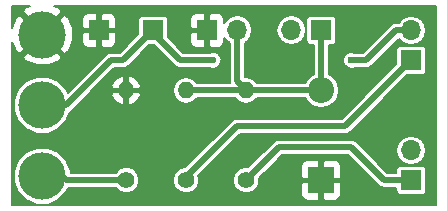
<source format=gbr>
G04 #@! TF.FileFunction,Copper,L1,Top,Signal*
%FSLAX46Y46*%
G04 Gerber Fmt 4.6, Leading zero omitted, Abs format (unit mm)*
G04 Created by KiCad (PCBNEW 4.0.6) date 2017 September 14, Thursday 21:16:53*
%MOMM*%
%LPD*%
G01*
G04 APERTURE LIST*
%ADD10C,0.100000*%
%ADD11R,2.200000X2.200000*%
%ADD12O,2.200000X2.200000*%
%ADD13R,1.700000X1.700000*%
%ADD14O,1.700000X1.700000*%
%ADD15C,1.400000*%
%ADD16O,1.400000X1.400000*%
%ADD17C,4.000000*%
%ADD18C,0.600000*%
%ADD19C,0.500000*%
%ADD20C,0.200000*%
G04 APERTURE END LIST*
D10*
D11*
X151130000Y-109220000D03*
D12*
X151130000Y-101600000D03*
D13*
X141478000Y-96520000D03*
D14*
X144018000Y-96520000D03*
D13*
X158750000Y-99060000D03*
D14*
X158750000Y-96520000D03*
D13*
X151130000Y-96520000D03*
D14*
X148590000Y-96520000D03*
D13*
X158750000Y-109220000D03*
D14*
X158750000Y-106680000D03*
D13*
X136906000Y-96520000D03*
X132334000Y-96520000D03*
D15*
X139700000Y-109220000D03*
D16*
X139700000Y-101600000D03*
D15*
X144780000Y-109220000D03*
D16*
X144780000Y-101600000D03*
D15*
X134620000Y-109220000D03*
D16*
X134620000Y-101600000D03*
D17*
X127508000Y-108870000D03*
X127508000Y-102870000D03*
X127508000Y-96870000D03*
D18*
X144780000Y-101600000D03*
X141986000Y-99060000D03*
X153670000Y-99060000D03*
D19*
X144780000Y-101600000D02*
X144018000Y-100838000D01*
X144018000Y-100838000D02*
X144018000Y-96520000D01*
X139700000Y-101600000D02*
X144780000Y-101600000D01*
X144780000Y-101600000D02*
X151130000Y-101600000D01*
X151130000Y-101600000D02*
X151130000Y-96520000D01*
X139700000Y-109220000D02*
X139700000Y-108966000D01*
X139700000Y-108966000D02*
X144018000Y-104648000D01*
X144018000Y-104648000D02*
X153162000Y-104648000D01*
X153162000Y-104648000D02*
X158750000Y-99060000D01*
X136906000Y-96520000D02*
X136906000Y-96774000D01*
X136906000Y-96774000D02*
X139192000Y-99060000D01*
X139192000Y-99060000D02*
X141986000Y-99060000D01*
X127508000Y-102870000D02*
X129540000Y-102870000D01*
X134366000Y-99060000D02*
X136906000Y-96520000D01*
X133350000Y-99060000D02*
X134366000Y-99060000D01*
X129540000Y-102870000D02*
X133350000Y-99060000D01*
X127508000Y-102870000D02*
X128016000Y-102870000D01*
X153670000Y-99060000D02*
X154940000Y-99060000D01*
X158750000Y-96520000D02*
X157480000Y-96520000D01*
X157480000Y-96520000D02*
X154940000Y-99060000D01*
X158750000Y-109220000D02*
X156464000Y-109220000D01*
X147574000Y-106426000D02*
X153670000Y-106426000D01*
X153670000Y-106426000D02*
X156464000Y-109220000D01*
X147574000Y-106426000D02*
X144780000Y-109220000D01*
X127000000Y-107950000D02*
X128270000Y-107950000D01*
X129540000Y-109220000D02*
X134620000Y-109220000D01*
X128270000Y-107950000D02*
X129540000Y-109220000D01*
D20*
G36*
X126072236Y-94631839D02*
X125847459Y-94991670D01*
X127508000Y-96652211D01*
X129168541Y-94991670D01*
X128943764Y-94631839D01*
X128493216Y-94455000D01*
X160815000Y-94455000D01*
X160815000Y-111285000D01*
X124935000Y-111285000D01*
X124935000Y-109345295D01*
X125107584Y-109345295D01*
X125472192Y-110227715D01*
X126146734Y-110903435D01*
X127028516Y-111269583D01*
X127983295Y-111270416D01*
X128865715Y-110905808D01*
X129541435Y-110231266D01*
X129691446Y-109870000D01*
X133714588Y-109870000D01*
X133996087Y-110151991D01*
X134400237Y-110319808D01*
X134837844Y-110320190D01*
X135242286Y-110153078D01*
X135551991Y-109843913D01*
X135719808Y-109439763D01*
X135719809Y-109437844D01*
X138599810Y-109437844D01*
X138766922Y-109842286D01*
X139076087Y-110151991D01*
X139480237Y-110319808D01*
X139917844Y-110320190D01*
X140322286Y-110153078D01*
X140631991Y-109843913D01*
X140799808Y-109439763D01*
X140799809Y-109437844D01*
X143679810Y-109437844D01*
X143846922Y-109842286D01*
X144156087Y-110151991D01*
X144560237Y-110319808D01*
X144997844Y-110320190D01*
X145402286Y-110153078D01*
X145711991Y-109843913D01*
X145843999Y-109526000D01*
X149422000Y-109526000D01*
X149422000Y-110440939D01*
X149514563Y-110664405D01*
X149685596Y-110835438D01*
X149909062Y-110928000D01*
X150824000Y-110928000D01*
X150976000Y-110776000D01*
X150976000Y-109374000D01*
X151284000Y-109374000D01*
X151284000Y-110776000D01*
X151436000Y-110928000D01*
X152350938Y-110928000D01*
X152574404Y-110835438D01*
X152745437Y-110664405D01*
X152838000Y-110440939D01*
X152838000Y-109526000D01*
X152686000Y-109374000D01*
X151284000Y-109374000D01*
X150976000Y-109374000D01*
X149574000Y-109374000D01*
X149422000Y-109526000D01*
X145843999Y-109526000D01*
X145879808Y-109439763D01*
X145880158Y-109039080D01*
X146920177Y-107999061D01*
X149422000Y-107999061D01*
X149422000Y-108914000D01*
X149574000Y-109066000D01*
X150976000Y-109066000D01*
X150976000Y-107664000D01*
X151284000Y-107664000D01*
X151284000Y-109066000D01*
X152686000Y-109066000D01*
X152838000Y-108914000D01*
X152838000Y-107999061D01*
X152745437Y-107775595D01*
X152574404Y-107604562D01*
X152350938Y-107512000D01*
X151436000Y-107512000D01*
X151284000Y-107664000D01*
X150976000Y-107664000D01*
X150824000Y-107512000D01*
X149909062Y-107512000D01*
X149685596Y-107604562D01*
X149514563Y-107775595D01*
X149422000Y-107999061D01*
X146920177Y-107999061D01*
X147843239Y-107076000D01*
X153400762Y-107076000D01*
X156004381Y-109679620D01*
X156215256Y-109820522D01*
X156464000Y-109870000D01*
X157492164Y-109870000D01*
X157492164Y-110070000D01*
X157520056Y-110218231D01*
X157607660Y-110354372D01*
X157741329Y-110445704D01*
X157900000Y-110477836D01*
X159600000Y-110477836D01*
X159748231Y-110449944D01*
X159884372Y-110362340D01*
X159975704Y-110228671D01*
X160007836Y-110070000D01*
X160007836Y-108370000D01*
X159979944Y-108221769D01*
X159892340Y-108085628D01*
X159758671Y-107994296D01*
X159600000Y-107962164D01*
X157900000Y-107962164D01*
X157751769Y-107990056D01*
X157615628Y-108077660D01*
X157524296Y-108211329D01*
X157492164Y-108370000D01*
X157492164Y-108570000D01*
X156733239Y-108570000D01*
X154843239Y-106680000D01*
X157475511Y-106680000D01*
X157570662Y-107158354D01*
X157841628Y-107563883D01*
X158247157Y-107834849D01*
X158725511Y-107930000D01*
X158774489Y-107930000D01*
X159252843Y-107834849D01*
X159658372Y-107563883D01*
X159929338Y-107158354D01*
X160024489Y-106680000D01*
X159929338Y-106201646D01*
X159658372Y-105796117D01*
X159252843Y-105525151D01*
X158774489Y-105430000D01*
X158725511Y-105430000D01*
X158247157Y-105525151D01*
X157841628Y-105796117D01*
X157570662Y-106201646D01*
X157475511Y-106680000D01*
X154843239Y-106680000D01*
X154129619Y-105966381D01*
X153918745Y-105825478D01*
X153877476Y-105817269D01*
X153670000Y-105776000D01*
X147574000Y-105776000D01*
X147325256Y-105825478D01*
X147114381Y-105966380D01*
X144960604Y-108120158D01*
X144562156Y-108119810D01*
X144157714Y-108286922D01*
X143848009Y-108596087D01*
X143680192Y-109000237D01*
X143679810Y-109437844D01*
X140799809Y-109437844D01*
X140800190Y-109002156D01*
X140736712Y-108848527D01*
X144287239Y-105298000D01*
X153162000Y-105298000D01*
X153369476Y-105256731D01*
X153410745Y-105248522D01*
X153621619Y-105107619D01*
X158411403Y-100317836D01*
X159600000Y-100317836D01*
X159748231Y-100289944D01*
X159884372Y-100202340D01*
X159975704Y-100068671D01*
X160007836Y-99910000D01*
X160007836Y-98210000D01*
X159979944Y-98061769D01*
X159892340Y-97925628D01*
X159758671Y-97834296D01*
X159600000Y-97802164D01*
X157900000Y-97802164D01*
X157751769Y-97830056D01*
X157615628Y-97917660D01*
X157524296Y-98051329D01*
X157492164Y-98210000D01*
X157492164Y-99398597D01*
X152892762Y-103998000D01*
X144018000Y-103998000D01*
X143810524Y-104039269D01*
X143769255Y-104047478D01*
X143558380Y-104188381D01*
X139626826Y-108119936D01*
X139482156Y-108119810D01*
X139077714Y-108286922D01*
X138768009Y-108596087D01*
X138600192Y-109000237D01*
X138599810Y-109437844D01*
X135719809Y-109437844D01*
X135720190Y-109002156D01*
X135553078Y-108597714D01*
X135243913Y-108288009D01*
X134839763Y-108120192D01*
X134402156Y-108119810D01*
X133997714Y-108286922D01*
X133714142Y-108570000D01*
X129908263Y-108570000D01*
X129908416Y-108394705D01*
X129543808Y-107512285D01*
X128869266Y-106836565D01*
X127987484Y-106470417D01*
X127032705Y-106469584D01*
X126150285Y-106834192D01*
X125474565Y-107508734D01*
X125108417Y-108390516D01*
X125107584Y-109345295D01*
X124935000Y-109345295D01*
X124935000Y-103345295D01*
X125107584Y-103345295D01*
X125472192Y-104227715D01*
X126146734Y-104903435D01*
X127028516Y-105269583D01*
X127983295Y-105270416D01*
X128865715Y-104905808D01*
X129541435Y-104231266D01*
X129883658Y-103407103D01*
X129999619Y-103329619D01*
X131373939Y-101955299D01*
X133361167Y-101955299D01*
X133592957Y-102409988D01*
X133981105Y-102741364D01*
X134264703Y-102858820D01*
X134466000Y-102745696D01*
X134466000Y-101754000D01*
X134774000Y-101754000D01*
X134774000Y-102745696D01*
X134975297Y-102858820D01*
X135258895Y-102741364D01*
X135647043Y-102409988D01*
X135878833Y-101955299D01*
X135766916Y-101754000D01*
X134774000Y-101754000D01*
X134466000Y-101754000D01*
X133473084Y-101754000D01*
X133361167Y-101955299D01*
X131373939Y-101955299D01*
X131750788Y-101578450D01*
X138600000Y-101578450D01*
X138600000Y-101621550D01*
X138683733Y-102042502D01*
X138922183Y-102399367D01*
X139279048Y-102637817D01*
X139700000Y-102721550D01*
X140120952Y-102637817D01*
X140477817Y-102399367D01*
X140577621Y-102250000D01*
X143902379Y-102250000D01*
X144002183Y-102399367D01*
X144359048Y-102637817D01*
X144780000Y-102721550D01*
X145200952Y-102637817D01*
X145557817Y-102399367D01*
X145657621Y-102250000D01*
X149775310Y-102250000D01*
X150069340Y-102690047D01*
X150555975Y-103015206D01*
X151130000Y-103129387D01*
X151704025Y-103015206D01*
X152190660Y-102690047D01*
X152515819Y-102203412D01*
X152630000Y-101629387D01*
X152630000Y-101570613D01*
X152515819Y-100996588D01*
X152190660Y-100509953D01*
X151780000Y-100235559D01*
X151780000Y-99198628D01*
X152969879Y-99198628D01*
X153076223Y-99456000D01*
X153272964Y-99653085D01*
X153530150Y-99759878D01*
X153808628Y-99760121D01*
X153929930Y-99710000D01*
X154940000Y-99710000D01*
X155147476Y-99668731D01*
X155188745Y-99660522D01*
X155399619Y-99519619D01*
X157710942Y-97208297D01*
X157841628Y-97403883D01*
X158247157Y-97674849D01*
X158725511Y-97770000D01*
X158774489Y-97770000D01*
X159252843Y-97674849D01*
X159658372Y-97403883D01*
X159929338Y-96998354D01*
X160024489Y-96520000D01*
X159929338Y-96041646D01*
X159658372Y-95636117D01*
X159252843Y-95365151D01*
X158774489Y-95270000D01*
X158725511Y-95270000D01*
X158247157Y-95365151D01*
X157841628Y-95636117D01*
X157685352Y-95870000D01*
X157480000Y-95870000D01*
X157231256Y-95919478D01*
X157231254Y-95919479D01*
X157231255Y-95919479D01*
X157020380Y-96060381D01*
X154670762Y-98410000D01*
X153929970Y-98410000D01*
X153809850Y-98360122D01*
X153531372Y-98359879D01*
X153274000Y-98466223D01*
X153076915Y-98662964D01*
X152970122Y-98920150D01*
X152969879Y-99198628D01*
X151780000Y-99198628D01*
X151780000Y-97777836D01*
X151980000Y-97777836D01*
X152128231Y-97749944D01*
X152264372Y-97662340D01*
X152355704Y-97528671D01*
X152387836Y-97370000D01*
X152387836Y-95670000D01*
X152359944Y-95521769D01*
X152272340Y-95385628D01*
X152138671Y-95294296D01*
X151980000Y-95262164D01*
X150280000Y-95262164D01*
X150131769Y-95290056D01*
X149995628Y-95377660D01*
X149904296Y-95511329D01*
X149872164Y-95670000D01*
X149872164Y-97370000D01*
X149900056Y-97518231D01*
X149987660Y-97654372D01*
X150121329Y-97745704D01*
X150280000Y-97777836D01*
X150480000Y-97777836D01*
X150480000Y-100235559D01*
X150069340Y-100509953D01*
X149775310Y-100950000D01*
X145657621Y-100950000D01*
X145557817Y-100800633D01*
X145200952Y-100562183D01*
X144780000Y-100478450D01*
X144668000Y-100500728D01*
X144668000Y-97584648D01*
X144901883Y-97428372D01*
X145172849Y-97022843D01*
X145268000Y-96544489D01*
X145268000Y-96495511D01*
X147340000Y-96495511D01*
X147340000Y-96544489D01*
X147435151Y-97022843D01*
X147706117Y-97428372D01*
X148111646Y-97699338D01*
X148590000Y-97794489D01*
X149068354Y-97699338D01*
X149473883Y-97428372D01*
X149744849Y-97022843D01*
X149840000Y-96544489D01*
X149840000Y-96495511D01*
X149744849Y-96017157D01*
X149473883Y-95611628D01*
X149068354Y-95340662D01*
X148590000Y-95245511D01*
X148111646Y-95340662D01*
X147706117Y-95611628D01*
X147435151Y-96017157D01*
X147340000Y-96495511D01*
X145268000Y-96495511D01*
X145172849Y-96017157D01*
X144901883Y-95611628D01*
X144496354Y-95340662D01*
X144018000Y-95245511D01*
X143539646Y-95340662D01*
X143134117Y-95611628D01*
X142936000Y-95908131D01*
X142936000Y-95549061D01*
X142843437Y-95325595D01*
X142672404Y-95154562D01*
X142448938Y-95062000D01*
X141784000Y-95062000D01*
X141632000Y-95214000D01*
X141632000Y-96366000D01*
X141652000Y-96366000D01*
X141652000Y-96674000D01*
X141632000Y-96674000D01*
X141632000Y-97826000D01*
X141784000Y-97978000D01*
X142448938Y-97978000D01*
X142672404Y-97885438D01*
X142843437Y-97714405D01*
X142936000Y-97490939D01*
X142936000Y-97131869D01*
X143134117Y-97428372D01*
X143368000Y-97584648D01*
X143368000Y-100838000D01*
X143390278Y-100950000D01*
X140577621Y-100950000D01*
X140477817Y-100800633D01*
X140120952Y-100562183D01*
X139700000Y-100478450D01*
X139279048Y-100562183D01*
X138922183Y-100800633D01*
X138683733Y-101157498D01*
X138600000Y-101578450D01*
X131750788Y-101578450D01*
X132084537Y-101244701D01*
X133361167Y-101244701D01*
X133473084Y-101446000D01*
X134466000Y-101446000D01*
X134466000Y-100454304D01*
X134774000Y-100454304D01*
X134774000Y-101446000D01*
X135766916Y-101446000D01*
X135878833Y-101244701D01*
X135647043Y-100790012D01*
X135258895Y-100458636D01*
X134975297Y-100341180D01*
X134774000Y-100454304D01*
X134466000Y-100454304D01*
X134264703Y-100341180D01*
X133981105Y-100458636D01*
X133592957Y-100790012D01*
X133361167Y-101244701D01*
X132084537Y-101244701D01*
X133619239Y-99710000D01*
X134366000Y-99710000D01*
X134573476Y-99668731D01*
X134614745Y-99660522D01*
X134825619Y-99519619D01*
X136567403Y-97777836D01*
X136990598Y-97777836D01*
X138732380Y-99519619D01*
X138943255Y-99660522D01*
X138984524Y-99668731D01*
X139192000Y-99710000D01*
X141726030Y-99710000D01*
X141846150Y-99759878D01*
X142124628Y-99760121D01*
X142382000Y-99653777D01*
X142579085Y-99457036D01*
X142685878Y-99199850D01*
X142686121Y-98921372D01*
X142579777Y-98664000D01*
X142383036Y-98466915D01*
X142125850Y-98360122D01*
X141847372Y-98359879D01*
X141726070Y-98410000D01*
X139461239Y-98410000D01*
X138163836Y-97112598D01*
X138163836Y-96826000D01*
X140020000Y-96826000D01*
X140020000Y-97490939D01*
X140112563Y-97714405D01*
X140283596Y-97885438D01*
X140507062Y-97978000D01*
X141172000Y-97978000D01*
X141324000Y-97826000D01*
X141324000Y-96674000D01*
X140172000Y-96674000D01*
X140020000Y-96826000D01*
X138163836Y-96826000D01*
X138163836Y-95670000D01*
X138141080Y-95549061D01*
X140020000Y-95549061D01*
X140020000Y-96214000D01*
X140172000Y-96366000D01*
X141324000Y-96366000D01*
X141324000Y-95214000D01*
X141172000Y-95062000D01*
X140507062Y-95062000D01*
X140283596Y-95154562D01*
X140112563Y-95325595D01*
X140020000Y-95549061D01*
X138141080Y-95549061D01*
X138135944Y-95521769D01*
X138048340Y-95385628D01*
X137914671Y-95294296D01*
X137756000Y-95262164D01*
X136056000Y-95262164D01*
X135907769Y-95290056D01*
X135771628Y-95377660D01*
X135680296Y-95511329D01*
X135648164Y-95670000D01*
X135648164Y-96858597D01*
X134096762Y-98410000D01*
X133350000Y-98410000D01*
X133101256Y-98459478D01*
X132890381Y-98600380D01*
X129670897Y-101819865D01*
X129543808Y-101512285D01*
X128869266Y-100836565D01*
X127987484Y-100470417D01*
X127032705Y-100469584D01*
X126150285Y-100834192D01*
X125474565Y-101508734D01*
X125108417Y-102390516D01*
X125107584Y-103345295D01*
X124935000Y-103345295D01*
X124935000Y-98748330D01*
X125847459Y-98748330D01*
X126072236Y-99108161D01*
X127038034Y-99487234D01*
X128075380Y-99467857D01*
X128943764Y-99108161D01*
X129168541Y-98748330D01*
X127508000Y-97087789D01*
X125847459Y-98748330D01*
X124935000Y-98748330D01*
X124935000Y-97497390D01*
X125269839Y-98305764D01*
X125629670Y-98530541D01*
X127290211Y-96870000D01*
X127725789Y-96870000D01*
X129386330Y-98530541D01*
X129746161Y-98305764D01*
X130125234Y-97339966D01*
X130115634Y-96826000D01*
X130876000Y-96826000D01*
X130876000Y-97490939D01*
X130968563Y-97714405D01*
X131139596Y-97885438D01*
X131363062Y-97978000D01*
X132028000Y-97978000D01*
X132180000Y-97826000D01*
X132180000Y-96674000D01*
X132488000Y-96674000D01*
X132488000Y-97826000D01*
X132640000Y-97978000D01*
X133304938Y-97978000D01*
X133528404Y-97885438D01*
X133699437Y-97714405D01*
X133792000Y-97490939D01*
X133792000Y-96826000D01*
X133640000Y-96674000D01*
X132488000Y-96674000D01*
X132180000Y-96674000D01*
X131028000Y-96674000D01*
X130876000Y-96826000D01*
X130115634Y-96826000D01*
X130105857Y-96302620D01*
X129793724Y-95549061D01*
X130876000Y-95549061D01*
X130876000Y-96214000D01*
X131028000Y-96366000D01*
X132180000Y-96366000D01*
X132180000Y-95214000D01*
X132488000Y-95214000D01*
X132488000Y-96366000D01*
X133640000Y-96366000D01*
X133792000Y-96214000D01*
X133792000Y-95549061D01*
X133699437Y-95325595D01*
X133528404Y-95154562D01*
X133304938Y-95062000D01*
X132640000Y-95062000D01*
X132488000Y-95214000D01*
X132180000Y-95214000D01*
X132028000Y-95062000D01*
X131363062Y-95062000D01*
X131139596Y-95154562D01*
X130968563Y-95325595D01*
X130876000Y-95549061D01*
X129793724Y-95549061D01*
X129746161Y-95434236D01*
X129386330Y-95209459D01*
X127725789Y-96870000D01*
X127290211Y-96870000D01*
X125629670Y-95209459D01*
X125269839Y-95434236D01*
X124935000Y-96287335D01*
X124935000Y-94455000D01*
X126499164Y-94455000D01*
X126072236Y-94631839D01*
X126072236Y-94631839D01*
G37*
X126072236Y-94631839D02*
X125847459Y-94991670D01*
X127508000Y-96652211D01*
X129168541Y-94991670D01*
X128943764Y-94631839D01*
X128493216Y-94455000D01*
X160815000Y-94455000D01*
X160815000Y-111285000D01*
X124935000Y-111285000D01*
X124935000Y-109345295D01*
X125107584Y-109345295D01*
X125472192Y-110227715D01*
X126146734Y-110903435D01*
X127028516Y-111269583D01*
X127983295Y-111270416D01*
X128865715Y-110905808D01*
X129541435Y-110231266D01*
X129691446Y-109870000D01*
X133714588Y-109870000D01*
X133996087Y-110151991D01*
X134400237Y-110319808D01*
X134837844Y-110320190D01*
X135242286Y-110153078D01*
X135551991Y-109843913D01*
X135719808Y-109439763D01*
X135719809Y-109437844D01*
X138599810Y-109437844D01*
X138766922Y-109842286D01*
X139076087Y-110151991D01*
X139480237Y-110319808D01*
X139917844Y-110320190D01*
X140322286Y-110153078D01*
X140631991Y-109843913D01*
X140799808Y-109439763D01*
X140799809Y-109437844D01*
X143679810Y-109437844D01*
X143846922Y-109842286D01*
X144156087Y-110151991D01*
X144560237Y-110319808D01*
X144997844Y-110320190D01*
X145402286Y-110153078D01*
X145711991Y-109843913D01*
X145843999Y-109526000D01*
X149422000Y-109526000D01*
X149422000Y-110440939D01*
X149514563Y-110664405D01*
X149685596Y-110835438D01*
X149909062Y-110928000D01*
X150824000Y-110928000D01*
X150976000Y-110776000D01*
X150976000Y-109374000D01*
X151284000Y-109374000D01*
X151284000Y-110776000D01*
X151436000Y-110928000D01*
X152350938Y-110928000D01*
X152574404Y-110835438D01*
X152745437Y-110664405D01*
X152838000Y-110440939D01*
X152838000Y-109526000D01*
X152686000Y-109374000D01*
X151284000Y-109374000D01*
X150976000Y-109374000D01*
X149574000Y-109374000D01*
X149422000Y-109526000D01*
X145843999Y-109526000D01*
X145879808Y-109439763D01*
X145880158Y-109039080D01*
X146920177Y-107999061D01*
X149422000Y-107999061D01*
X149422000Y-108914000D01*
X149574000Y-109066000D01*
X150976000Y-109066000D01*
X150976000Y-107664000D01*
X151284000Y-107664000D01*
X151284000Y-109066000D01*
X152686000Y-109066000D01*
X152838000Y-108914000D01*
X152838000Y-107999061D01*
X152745437Y-107775595D01*
X152574404Y-107604562D01*
X152350938Y-107512000D01*
X151436000Y-107512000D01*
X151284000Y-107664000D01*
X150976000Y-107664000D01*
X150824000Y-107512000D01*
X149909062Y-107512000D01*
X149685596Y-107604562D01*
X149514563Y-107775595D01*
X149422000Y-107999061D01*
X146920177Y-107999061D01*
X147843239Y-107076000D01*
X153400762Y-107076000D01*
X156004381Y-109679620D01*
X156215256Y-109820522D01*
X156464000Y-109870000D01*
X157492164Y-109870000D01*
X157492164Y-110070000D01*
X157520056Y-110218231D01*
X157607660Y-110354372D01*
X157741329Y-110445704D01*
X157900000Y-110477836D01*
X159600000Y-110477836D01*
X159748231Y-110449944D01*
X159884372Y-110362340D01*
X159975704Y-110228671D01*
X160007836Y-110070000D01*
X160007836Y-108370000D01*
X159979944Y-108221769D01*
X159892340Y-108085628D01*
X159758671Y-107994296D01*
X159600000Y-107962164D01*
X157900000Y-107962164D01*
X157751769Y-107990056D01*
X157615628Y-108077660D01*
X157524296Y-108211329D01*
X157492164Y-108370000D01*
X157492164Y-108570000D01*
X156733239Y-108570000D01*
X154843239Y-106680000D01*
X157475511Y-106680000D01*
X157570662Y-107158354D01*
X157841628Y-107563883D01*
X158247157Y-107834849D01*
X158725511Y-107930000D01*
X158774489Y-107930000D01*
X159252843Y-107834849D01*
X159658372Y-107563883D01*
X159929338Y-107158354D01*
X160024489Y-106680000D01*
X159929338Y-106201646D01*
X159658372Y-105796117D01*
X159252843Y-105525151D01*
X158774489Y-105430000D01*
X158725511Y-105430000D01*
X158247157Y-105525151D01*
X157841628Y-105796117D01*
X157570662Y-106201646D01*
X157475511Y-106680000D01*
X154843239Y-106680000D01*
X154129619Y-105966381D01*
X153918745Y-105825478D01*
X153877476Y-105817269D01*
X153670000Y-105776000D01*
X147574000Y-105776000D01*
X147325256Y-105825478D01*
X147114381Y-105966380D01*
X144960604Y-108120158D01*
X144562156Y-108119810D01*
X144157714Y-108286922D01*
X143848009Y-108596087D01*
X143680192Y-109000237D01*
X143679810Y-109437844D01*
X140799809Y-109437844D01*
X140800190Y-109002156D01*
X140736712Y-108848527D01*
X144287239Y-105298000D01*
X153162000Y-105298000D01*
X153369476Y-105256731D01*
X153410745Y-105248522D01*
X153621619Y-105107619D01*
X158411403Y-100317836D01*
X159600000Y-100317836D01*
X159748231Y-100289944D01*
X159884372Y-100202340D01*
X159975704Y-100068671D01*
X160007836Y-99910000D01*
X160007836Y-98210000D01*
X159979944Y-98061769D01*
X159892340Y-97925628D01*
X159758671Y-97834296D01*
X159600000Y-97802164D01*
X157900000Y-97802164D01*
X157751769Y-97830056D01*
X157615628Y-97917660D01*
X157524296Y-98051329D01*
X157492164Y-98210000D01*
X157492164Y-99398597D01*
X152892762Y-103998000D01*
X144018000Y-103998000D01*
X143810524Y-104039269D01*
X143769255Y-104047478D01*
X143558380Y-104188381D01*
X139626826Y-108119936D01*
X139482156Y-108119810D01*
X139077714Y-108286922D01*
X138768009Y-108596087D01*
X138600192Y-109000237D01*
X138599810Y-109437844D01*
X135719809Y-109437844D01*
X135720190Y-109002156D01*
X135553078Y-108597714D01*
X135243913Y-108288009D01*
X134839763Y-108120192D01*
X134402156Y-108119810D01*
X133997714Y-108286922D01*
X133714142Y-108570000D01*
X129908263Y-108570000D01*
X129908416Y-108394705D01*
X129543808Y-107512285D01*
X128869266Y-106836565D01*
X127987484Y-106470417D01*
X127032705Y-106469584D01*
X126150285Y-106834192D01*
X125474565Y-107508734D01*
X125108417Y-108390516D01*
X125107584Y-109345295D01*
X124935000Y-109345295D01*
X124935000Y-103345295D01*
X125107584Y-103345295D01*
X125472192Y-104227715D01*
X126146734Y-104903435D01*
X127028516Y-105269583D01*
X127983295Y-105270416D01*
X128865715Y-104905808D01*
X129541435Y-104231266D01*
X129883658Y-103407103D01*
X129999619Y-103329619D01*
X131373939Y-101955299D01*
X133361167Y-101955299D01*
X133592957Y-102409988D01*
X133981105Y-102741364D01*
X134264703Y-102858820D01*
X134466000Y-102745696D01*
X134466000Y-101754000D01*
X134774000Y-101754000D01*
X134774000Y-102745696D01*
X134975297Y-102858820D01*
X135258895Y-102741364D01*
X135647043Y-102409988D01*
X135878833Y-101955299D01*
X135766916Y-101754000D01*
X134774000Y-101754000D01*
X134466000Y-101754000D01*
X133473084Y-101754000D01*
X133361167Y-101955299D01*
X131373939Y-101955299D01*
X131750788Y-101578450D01*
X138600000Y-101578450D01*
X138600000Y-101621550D01*
X138683733Y-102042502D01*
X138922183Y-102399367D01*
X139279048Y-102637817D01*
X139700000Y-102721550D01*
X140120952Y-102637817D01*
X140477817Y-102399367D01*
X140577621Y-102250000D01*
X143902379Y-102250000D01*
X144002183Y-102399367D01*
X144359048Y-102637817D01*
X144780000Y-102721550D01*
X145200952Y-102637817D01*
X145557817Y-102399367D01*
X145657621Y-102250000D01*
X149775310Y-102250000D01*
X150069340Y-102690047D01*
X150555975Y-103015206D01*
X151130000Y-103129387D01*
X151704025Y-103015206D01*
X152190660Y-102690047D01*
X152515819Y-102203412D01*
X152630000Y-101629387D01*
X152630000Y-101570613D01*
X152515819Y-100996588D01*
X152190660Y-100509953D01*
X151780000Y-100235559D01*
X151780000Y-99198628D01*
X152969879Y-99198628D01*
X153076223Y-99456000D01*
X153272964Y-99653085D01*
X153530150Y-99759878D01*
X153808628Y-99760121D01*
X153929930Y-99710000D01*
X154940000Y-99710000D01*
X155147476Y-99668731D01*
X155188745Y-99660522D01*
X155399619Y-99519619D01*
X157710942Y-97208297D01*
X157841628Y-97403883D01*
X158247157Y-97674849D01*
X158725511Y-97770000D01*
X158774489Y-97770000D01*
X159252843Y-97674849D01*
X159658372Y-97403883D01*
X159929338Y-96998354D01*
X160024489Y-96520000D01*
X159929338Y-96041646D01*
X159658372Y-95636117D01*
X159252843Y-95365151D01*
X158774489Y-95270000D01*
X158725511Y-95270000D01*
X158247157Y-95365151D01*
X157841628Y-95636117D01*
X157685352Y-95870000D01*
X157480000Y-95870000D01*
X157231256Y-95919478D01*
X157231254Y-95919479D01*
X157231255Y-95919479D01*
X157020380Y-96060381D01*
X154670762Y-98410000D01*
X153929970Y-98410000D01*
X153809850Y-98360122D01*
X153531372Y-98359879D01*
X153274000Y-98466223D01*
X153076915Y-98662964D01*
X152970122Y-98920150D01*
X152969879Y-99198628D01*
X151780000Y-99198628D01*
X151780000Y-97777836D01*
X151980000Y-97777836D01*
X152128231Y-97749944D01*
X152264372Y-97662340D01*
X152355704Y-97528671D01*
X152387836Y-97370000D01*
X152387836Y-95670000D01*
X152359944Y-95521769D01*
X152272340Y-95385628D01*
X152138671Y-95294296D01*
X151980000Y-95262164D01*
X150280000Y-95262164D01*
X150131769Y-95290056D01*
X149995628Y-95377660D01*
X149904296Y-95511329D01*
X149872164Y-95670000D01*
X149872164Y-97370000D01*
X149900056Y-97518231D01*
X149987660Y-97654372D01*
X150121329Y-97745704D01*
X150280000Y-97777836D01*
X150480000Y-97777836D01*
X150480000Y-100235559D01*
X150069340Y-100509953D01*
X149775310Y-100950000D01*
X145657621Y-100950000D01*
X145557817Y-100800633D01*
X145200952Y-100562183D01*
X144780000Y-100478450D01*
X144668000Y-100500728D01*
X144668000Y-97584648D01*
X144901883Y-97428372D01*
X145172849Y-97022843D01*
X145268000Y-96544489D01*
X145268000Y-96495511D01*
X147340000Y-96495511D01*
X147340000Y-96544489D01*
X147435151Y-97022843D01*
X147706117Y-97428372D01*
X148111646Y-97699338D01*
X148590000Y-97794489D01*
X149068354Y-97699338D01*
X149473883Y-97428372D01*
X149744849Y-97022843D01*
X149840000Y-96544489D01*
X149840000Y-96495511D01*
X149744849Y-96017157D01*
X149473883Y-95611628D01*
X149068354Y-95340662D01*
X148590000Y-95245511D01*
X148111646Y-95340662D01*
X147706117Y-95611628D01*
X147435151Y-96017157D01*
X147340000Y-96495511D01*
X145268000Y-96495511D01*
X145172849Y-96017157D01*
X144901883Y-95611628D01*
X144496354Y-95340662D01*
X144018000Y-95245511D01*
X143539646Y-95340662D01*
X143134117Y-95611628D01*
X142936000Y-95908131D01*
X142936000Y-95549061D01*
X142843437Y-95325595D01*
X142672404Y-95154562D01*
X142448938Y-95062000D01*
X141784000Y-95062000D01*
X141632000Y-95214000D01*
X141632000Y-96366000D01*
X141652000Y-96366000D01*
X141652000Y-96674000D01*
X141632000Y-96674000D01*
X141632000Y-97826000D01*
X141784000Y-97978000D01*
X142448938Y-97978000D01*
X142672404Y-97885438D01*
X142843437Y-97714405D01*
X142936000Y-97490939D01*
X142936000Y-97131869D01*
X143134117Y-97428372D01*
X143368000Y-97584648D01*
X143368000Y-100838000D01*
X143390278Y-100950000D01*
X140577621Y-100950000D01*
X140477817Y-100800633D01*
X140120952Y-100562183D01*
X139700000Y-100478450D01*
X139279048Y-100562183D01*
X138922183Y-100800633D01*
X138683733Y-101157498D01*
X138600000Y-101578450D01*
X131750788Y-101578450D01*
X132084537Y-101244701D01*
X133361167Y-101244701D01*
X133473084Y-101446000D01*
X134466000Y-101446000D01*
X134466000Y-100454304D01*
X134774000Y-100454304D01*
X134774000Y-101446000D01*
X135766916Y-101446000D01*
X135878833Y-101244701D01*
X135647043Y-100790012D01*
X135258895Y-100458636D01*
X134975297Y-100341180D01*
X134774000Y-100454304D01*
X134466000Y-100454304D01*
X134264703Y-100341180D01*
X133981105Y-100458636D01*
X133592957Y-100790012D01*
X133361167Y-101244701D01*
X132084537Y-101244701D01*
X133619239Y-99710000D01*
X134366000Y-99710000D01*
X134573476Y-99668731D01*
X134614745Y-99660522D01*
X134825619Y-99519619D01*
X136567403Y-97777836D01*
X136990598Y-97777836D01*
X138732380Y-99519619D01*
X138943255Y-99660522D01*
X138984524Y-99668731D01*
X139192000Y-99710000D01*
X141726030Y-99710000D01*
X141846150Y-99759878D01*
X142124628Y-99760121D01*
X142382000Y-99653777D01*
X142579085Y-99457036D01*
X142685878Y-99199850D01*
X142686121Y-98921372D01*
X142579777Y-98664000D01*
X142383036Y-98466915D01*
X142125850Y-98360122D01*
X141847372Y-98359879D01*
X141726070Y-98410000D01*
X139461239Y-98410000D01*
X138163836Y-97112598D01*
X138163836Y-96826000D01*
X140020000Y-96826000D01*
X140020000Y-97490939D01*
X140112563Y-97714405D01*
X140283596Y-97885438D01*
X140507062Y-97978000D01*
X141172000Y-97978000D01*
X141324000Y-97826000D01*
X141324000Y-96674000D01*
X140172000Y-96674000D01*
X140020000Y-96826000D01*
X138163836Y-96826000D01*
X138163836Y-95670000D01*
X138141080Y-95549061D01*
X140020000Y-95549061D01*
X140020000Y-96214000D01*
X140172000Y-96366000D01*
X141324000Y-96366000D01*
X141324000Y-95214000D01*
X141172000Y-95062000D01*
X140507062Y-95062000D01*
X140283596Y-95154562D01*
X140112563Y-95325595D01*
X140020000Y-95549061D01*
X138141080Y-95549061D01*
X138135944Y-95521769D01*
X138048340Y-95385628D01*
X137914671Y-95294296D01*
X137756000Y-95262164D01*
X136056000Y-95262164D01*
X135907769Y-95290056D01*
X135771628Y-95377660D01*
X135680296Y-95511329D01*
X135648164Y-95670000D01*
X135648164Y-96858597D01*
X134096762Y-98410000D01*
X133350000Y-98410000D01*
X133101256Y-98459478D01*
X132890381Y-98600380D01*
X129670897Y-101819865D01*
X129543808Y-101512285D01*
X128869266Y-100836565D01*
X127987484Y-100470417D01*
X127032705Y-100469584D01*
X126150285Y-100834192D01*
X125474565Y-101508734D01*
X125108417Y-102390516D01*
X125107584Y-103345295D01*
X124935000Y-103345295D01*
X124935000Y-98748330D01*
X125847459Y-98748330D01*
X126072236Y-99108161D01*
X127038034Y-99487234D01*
X128075380Y-99467857D01*
X128943764Y-99108161D01*
X129168541Y-98748330D01*
X127508000Y-97087789D01*
X125847459Y-98748330D01*
X124935000Y-98748330D01*
X124935000Y-97497390D01*
X125269839Y-98305764D01*
X125629670Y-98530541D01*
X127290211Y-96870000D01*
X127725789Y-96870000D01*
X129386330Y-98530541D01*
X129746161Y-98305764D01*
X130125234Y-97339966D01*
X130115634Y-96826000D01*
X130876000Y-96826000D01*
X130876000Y-97490939D01*
X130968563Y-97714405D01*
X131139596Y-97885438D01*
X131363062Y-97978000D01*
X132028000Y-97978000D01*
X132180000Y-97826000D01*
X132180000Y-96674000D01*
X132488000Y-96674000D01*
X132488000Y-97826000D01*
X132640000Y-97978000D01*
X133304938Y-97978000D01*
X133528404Y-97885438D01*
X133699437Y-97714405D01*
X133792000Y-97490939D01*
X133792000Y-96826000D01*
X133640000Y-96674000D01*
X132488000Y-96674000D01*
X132180000Y-96674000D01*
X131028000Y-96674000D01*
X130876000Y-96826000D01*
X130115634Y-96826000D01*
X130105857Y-96302620D01*
X129793724Y-95549061D01*
X130876000Y-95549061D01*
X130876000Y-96214000D01*
X131028000Y-96366000D01*
X132180000Y-96366000D01*
X132180000Y-95214000D01*
X132488000Y-95214000D01*
X132488000Y-96366000D01*
X133640000Y-96366000D01*
X133792000Y-96214000D01*
X133792000Y-95549061D01*
X133699437Y-95325595D01*
X133528404Y-95154562D01*
X133304938Y-95062000D01*
X132640000Y-95062000D01*
X132488000Y-95214000D01*
X132180000Y-95214000D01*
X132028000Y-95062000D01*
X131363062Y-95062000D01*
X131139596Y-95154562D01*
X130968563Y-95325595D01*
X130876000Y-95549061D01*
X129793724Y-95549061D01*
X129746161Y-95434236D01*
X129386330Y-95209459D01*
X127725789Y-96870000D01*
X127290211Y-96870000D01*
X125629670Y-95209459D01*
X125269839Y-95434236D01*
X124935000Y-96287335D01*
X124935000Y-94455000D01*
X126499164Y-94455000D01*
X126072236Y-94631839D01*
M02*

</source>
